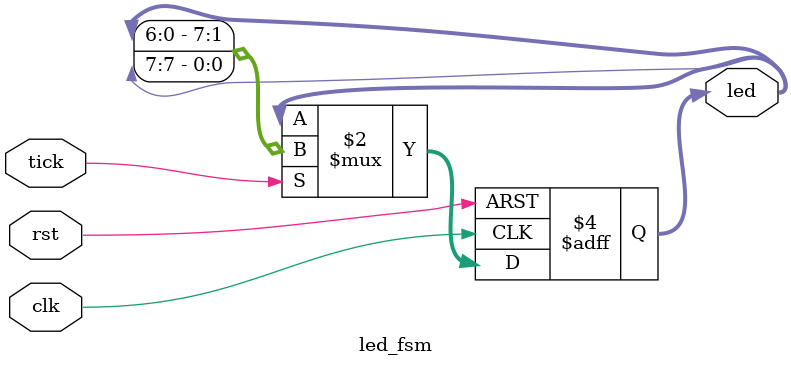
<source format=v>
module led_fsm(
input clk, rst, tick,
output reg [7:0] led
);

always@(posedge clk or posedge rst)begin
	if(rst)begin
		led<={8'b00000001}; 
	end else begin
		if(tick)
		led<={led[6:0], led[7]};
	end
end
endmodule
</source>
